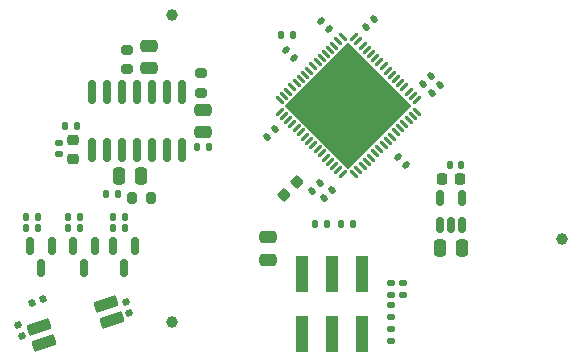
<source format=gbr>
%TF.GenerationSoftware,KiCad,Pcbnew,8.0.5-8.0.5-0~ubuntu22.04.1*%
%TF.CreationDate,2024-10-09T17:19:14-04:00*%
%TF.ProjectId,blinkencap,626c696e-6b65-46e6-9361-702e6b696361,1.0*%
%TF.SameCoordinates,Original*%
%TF.FileFunction,Soldermask,Bot*%
%TF.FilePolarity,Negative*%
%FSLAX46Y46*%
G04 Gerber Fmt 4.6, Leading zero omitted, Abs format (unit mm)*
G04 Created by KiCad (PCBNEW 8.0.5-8.0.5-0~ubuntu22.04.1) date 2024-10-09 17:19:14*
%MOMM*%
%LPD*%
G01*
G04 APERTURE LIST*
G04 Aperture macros list*
%AMRoundRect*
0 Rectangle with rounded corners*
0 $1 Rounding radius*
0 $2 $3 $4 $5 $6 $7 $8 $9 X,Y pos of 4 corners*
0 Add a 4 corners polygon primitive as box body*
4,1,4,$2,$3,$4,$5,$6,$7,$8,$9,$2,$3,0*
0 Add four circle primitives for the rounded corners*
1,1,$1+$1,$2,$3*
1,1,$1+$1,$4,$5*
1,1,$1+$1,$6,$7*
1,1,$1+$1,$8,$9*
0 Add four rect primitives between the rounded corners*
20,1,$1+$1,$2,$3,$4,$5,0*
20,1,$1+$1,$4,$5,$6,$7,0*
20,1,$1+$1,$6,$7,$8,$9,0*
20,1,$1+$1,$8,$9,$2,$3,0*%
%AMRotRect*
0 Rectangle, with rotation*
0 The origin of the aperture is its center*
0 $1 length*
0 $2 width*
0 $3 Rotation angle, in degrees counterclockwise*
0 Add horizontal line*
21,1,$1,$2,0,0,$3*%
G04 Aperture macros list end*
%ADD10RoundRect,0.062500X0.300520X-0.212132X-0.212132X0.300520X-0.300520X0.212132X0.212132X-0.300520X0*%
%ADD11RoundRect,0.062500X0.300520X0.212132X0.212132X0.300520X-0.300520X-0.212132X-0.212132X-0.300520X0*%
%ADD12RotRect,7.650000X7.650000X135.000000*%
%ADD13C,1.000000*%
%ADD14RoundRect,0.200000X0.200000X0.275000X-0.200000X0.275000X-0.200000X-0.275000X0.200000X-0.275000X0*%
%ADD15RoundRect,0.135000X0.135000X0.185000X-0.135000X0.185000X-0.135000X-0.185000X0.135000X-0.185000X0*%
%ADD16RoundRect,0.250000X-0.250000X-0.475000X0.250000X-0.475000X0.250000X0.475000X-0.250000X0.475000X0*%
%ADD17RoundRect,0.200000X-0.275000X0.200000X-0.275000X-0.200000X0.275000X-0.200000X0.275000X0.200000X0*%
%ADD18RoundRect,0.250000X0.475000X-0.250000X0.475000X0.250000X-0.475000X0.250000X-0.475000X-0.250000X0*%
%ADD19RoundRect,0.140000X-0.219203X-0.021213X-0.021213X-0.219203X0.219203X0.021213X0.021213X0.219203X0*%
%ADD20RoundRect,0.135000X0.185000X-0.135000X0.185000X0.135000X-0.185000X0.135000X-0.185000X-0.135000X0*%
%ADD21RoundRect,0.250000X0.250000X0.475000X-0.250000X0.475000X-0.250000X-0.475000X0.250000X-0.475000X0*%
%ADD22RoundRect,0.150000X-0.150000X0.825000X-0.150000X-0.825000X0.150000X-0.825000X0.150000X0.825000X0*%
%ADD23RoundRect,0.200000X0.275000X-0.200000X0.275000X0.200000X-0.275000X0.200000X-0.275000X-0.200000X0*%
%ADD24RoundRect,0.150000X-0.150000X0.587500X-0.150000X-0.587500X0.150000X-0.587500X0.150000X0.587500X0*%
%ADD25R,1.000000X3.150000*%
%ADD26RoundRect,0.140000X0.021213X-0.219203X0.219203X-0.021213X-0.021213X0.219203X-0.219203X0.021213X0*%
%ADD27RoundRect,0.150000X0.150000X-0.512500X0.150000X0.512500X-0.150000X0.512500X-0.150000X-0.512500X0*%
%ADD28RoundRect,0.140000X0.170000X-0.140000X0.170000X0.140000X-0.170000X0.140000X-0.170000X-0.140000X0*%
%ADD29RoundRect,0.140000X0.140000X0.170000X-0.140000X0.170000X-0.140000X-0.170000X0.140000X-0.170000X0*%
%ADD30RoundRect,0.225000X-0.017678X0.335876X-0.335876X0.017678X0.017678X-0.335876X0.335876X-0.017678X0*%
%ADD31RoundRect,0.135000X-0.135000X-0.185000X0.135000X-0.185000X0.135000X0.185000X-0.135000X0.185000X0*%
%ADD32RoundRect,0.140000X-0.021213X0.219203X-0.219203X0.021213X0.021213X-0.219203X0.219203X-0.021213X0*%
%ADD33RoundRect,0.135000X0.218636X-0.068178X0.131624X0.187417X-0.218636X0.068178X-0.131624X-0.187417X0*%
%ADD34RoundRect,0.102000X-0.734502X-0.641196X0.972481X-0.070047X0.734502X0.641196X-0.972481X0.070047X0*%
%ADD35RoundRect,0.225000X0.225000X0.250000X-0.225000X0.250000X-0.225000X-0.250000X0.225000X-0.250000X0*%
%ADD36RoundRect,0.135000X-0.068178X-0.218636X0.187417X-0.131624X0.068178X0.218636X-0.187417X0.131624X0*%
%ADD37RoundRect,0.135000X-0.185000X0.135000X-0.185000X-0.135000X0.185000X-0.135000X0.185000X0.135000X0*%
%ADD38RoundRect,0.140000X0.219203X0.021213X0.021213X0.219203X-0.219203X-0.021213X-0.021213X-0.219203X0*%
%ADD39RoundRect,0.225000X0.250000X-0.225000X0.250000X0.225000X-0.250000X0.225000X-0.250000X-0.225000X0*%
G04 APERTURE END LIST*
D10*
%TO.C,U2*%
X76607464Y-44410913D03*
X76253910Y-44764466D03*
X75900357Y-45118020D03*
X75546803Y-45471573D03*
X75193250Y-45825126D03*
X74839697Y-46178680D03*
X74486143Y-46532233D03*
X74132590Y-46885786D03*
X73779036Y-47239340D03*
X73425483Y-47592893D03*
X73071930Y-47946447D03*
X72718376Y-48300000D03*
X72364823Y-48653553D03*
X72011270Y-49007107D03*
X71657716Y-49360660D03*
X71304163Y-49714214D03*
D11*
X70314213Y-49714214D03*
X69960660Y-49360660D03*
X69607106Y-49007107D03*
X69253553Y-48653553D03*
X68900000Y-48300000D03*
X68546446Y-47946447D03*
X68192893Y-47592893D03*
X67839340Y-47239340D03*
X67485786Y-46885786D03*
X67132233Y-46532233D03*
X66778679Y-46178680D03*
X66425126Y-45825126D03*
X66071573Y-45471573D03*
X65718019Y-45118020D03*
X65364466Y-44764466D03*
X65010912Y-44410913D03*
D10*
X65010912Y-43420963D03*
X65364466Y-43067410D03*
X65718019Y-42713856D03*
X66071573Y-42360303D03*
X66425126Y-42006750D03*
X66778679Y-41653196D03*
X67132233Y-41299643D03*
X67485786Y-40946090D03*
X67839340Y-40592536D03*
X68192893Y-40238983D03*
X68546446Y-39885429D03*
X68900000Y-39531876D03*
X69253553Y-39178323D03*
X69607106Y-38824769D03*
X69960660Y-38471216D03*
X70314213Y-38117662D03*
D11*
X71304163Y-38117662D03*
X71657716Y-38471216D03*
X72011270Y-38824769D03*
X72364823Y-39178323D03*
X72718376Y-39531876D03*
X73071930Y-39885429D03*
X73425483Y-40238983D03*
X73779036Y-40592536D03*
X74132590Y-40946090D03*
X74486143Y-41299643D03*
X74839697Y-41653196D03*
X75193250Y-42006750D03*
X75546803Y-42360303D03*
X75900357Y-42713856D03*
X76253910Y-43067410D03*
X76607464Y-43420963D03*
D12*
X70809188Y-43915938D03*
%TD*%
D13*
%TO.C,FID3*%
X55900000Y-62200000D03*
%TD*%
D14*
%TO.C,R24*%
X54125000Y-51700000D03*
X52475000Y-51700000D03*
%TD*%
D15*
%TO.C,R15*%
X51895000Y-54300000D03*
X50875000Y-54300000D03*
%TD*%
D13*
%TO.C,FID1*%
X88900000Y-55200000D03*
%TD*%
D16*
%TO.C,C19*%
X51350000Y-49900000D03*
X53250000Y-49900000D03*
%TD*%
D15*
%TO.C,R17*%
X66110000Y-37900000D03*
X65090000Y-37900000D03*
%TD*%
D17*
%TO.C,R22*%
X58300000Y-41175000D03*
X58300000Y-42825000D03*
%TD*%
D18*
%TO.C,C18*%
X58500000Y-46150000D03*
X58500000Y-44250000D03*
%TD*%
D19*
%TO.C,C13*%
X68500000Y-36700000D03*
X69178822Y-37378822D03*
%TD*%
D20*
%TO.C,R1*%
X75400000Y-59910000D03*
X75400000Y-58890000D03*
%TD*%
D21*
%TO.C,C1*%
X80450000Y-56000000D03*
X78550000Y-56000000D03*
%TD*%
D15*
%TO.C,R9*%
X48110000Y-54300000D03*
X47090000Y-54300000D03*
%TD*%
D22*
%TO.C,U3*%
X49090000Y-42725000D03*
X50360000Y-42725000D03*
X51630000Y-42725000D03*
X52900000Y-42725000D03*
X54170000Y-42725000D03*
X55440000Y-42725000D03*
X56710000Y-42725000D03*
X56710000Y-47675000D03*
X55440000Y-47675000D03*
X54170000Y-47675000D03*
X52900000Y-47675000D03*
X51630000Y-47675000D03*
X50360000Y-47675000D03*
X49090000Y-47675000D03*
%TD*%
D23*
%TO.C,R16*%
X52100000Y-40825000D03*
X52100000Y-39175000D03*
%TD*%
D15*
%TO.C,R23*%
X51310000Y-51400000D03*
X50290000Y-51400000D03*
%TD*%
D18*
%TO.C,C17*%
X53900000Y-40750000D03*
X53900000Y-38850000D03*
%TD*%
D24*
%TO.C,Q1*%
X47450000Y-55762500D03*
X49350000Y-55762500D03*
X48400000Y-57637500D03*
%TD*%
D13*
%TO.C,FID2*%
X55900000Y-36200000D03*
%TD*%
D25*
%TO.C,J1*%
X71940000Y-63225000D03*
X71940000Y-58175000D03*
X69400000Y-63225000D03*
X69400000Y-58175000D03*
X66860000Y-63225000D03*
X66860000Y-58175000D03*
%TD*%
D24*
%TO.C,Q3*%
X50850000Y-55762500D03*
X52750000Y-55762500D03*
X51800000Y-57637500D03*
%TD*%
%TO.C,Q2*%
X43850000Y-55762500D03*
X45750000Y-55762500D03*
X44800000Y-57637500D03*
%TD*%
D26*
%TO.C,C11*%
X68760589Y-51739411D03*
X69439411Y-51060589D03*
%TD*%
D18*
%TO.C,C4*%
X64000000Y-56950000D03*
X64000000Y-55050000D03*
%TD*%
D27*
%TO.C,U1*%
X80450000Y-54037500D03*
X79500000Y-54037500D03*
X78550000Y-54037500D03*
X78550000Y-51762500D03*
X80450000Y-51762500D03*
%TD*%
D28*
%TO.C,C16*%
X46300000Y-48005000D03*
X46300000Y-47045000D03*
%TD*%
D29*
%TO.C,C3*%
X80380000Y-48900000D03*
X79420000Y-48900000D03*
%TD*%
D15*
%TO.C,R6*%
X71210000Y-53900000D03*
X70190000Y-53900000D03*
%TD*%
D26*
%TO.C,C10*%
X63900000Y-46600000D03*
X64578822Y-45921178D03*
%TD*%
D30*
%TO.C,C14*%
X66448008Y-50351992D03*
X65351992Y-51448008D03*
%TD*%
D31*
%TO.C,R8*%
X47090000Y-53300000D03*
X48110000Y-53300000D03*
%TD*%
D19*
%TO.C,C12*%
X65560589Y-39160589D03*
X66239411Y-39839411D03*
%TD*%
D32*
%TO.C,C8*%
X78539411Y-42160589D03*
X77860589Y-42839411D03*
%TD*%
D15*
%TO.C,R20*%
X47810000Y-45600000D03*
X46790000Y-45600000D03*
%TD*%
D33*
%TO.C,R10*%
X52264356Y-61482791D03*
X51935644Y-60517209D03*
%TD*%
D34*
%TO.C,D1*%
X44614982Y-62624379D03*
X50304924Y-60720552D03*
X50765018Y-62095621D03*
X45075076Y-63999448D03*
%TD*%
D15*
%TO.C,R21*%
X59010000Y-47400000D03*
X57990000Y-47400000D03*
%TD*%
D32*
%TO.C,C5*%
X72939411Y-36560589D03*
X72260589Y-37239411D03*
%TD*%
D31*
%TO.C,R3*%
X67990000Y-53900000D03*
X69010000Y-53900000D03*
%TD*%
D32*
%TO.C,C6*%
X77839411Y-41360589D03*
X77160589Y-42039411D03*
%TD*%
D35*
%TO.C,C2*%
X80275000Y-50100000D03*
X78725000Y-50100000D03*
%TD*%
D33*
%TO.C,R13*%
X43164356Y-63432791D03*
X42835644Y-62467209D03*
%TD*%
D36*
%TO.C,R7*%
X44017209Y-60614356D03*
X44982791Y-60285644D03*
%TD*%
D37*
%TO.C,R4*%
X74400000Y-62790000D03*
X74400000Y-63810000D03*
%TD*%
D31*
%TO.C,R11*%
X43490000Y-53300000D03*
X44510000Y-53300000D03*
%TD*%
%TO.C,R14*%
X50875000Y-53300000D03*
X51895000Y-53300000D03*
%TD*%
D20*
%TO.C,R5*%
X74400000Y-61810000D03*
X74400000Y-60790000D03*
%TD*%
D37*
%TO.C,R2*%
X74400000Y-58890000D03*
X74400000Y-59910000D03*
%TD*%
D26*
%TO.C,C7*%
X67760589Y-51139411D03*
X68439411Y-50460589D03*
%TD*%
D38*
%TO.C,C9*%
X75700000Y-48900000D03*
X75021178Y-48221178D03*
%TD*%
D39*
%TO.C,C15*%
X47500000Y-48400000D03*
X47500000Y-46850000D03*
%TD*%
D15*
%TO.C,R12*%
X44510000Y-54300000D03*
X43490000Y-54300000D03*
%TD*%
M02*

</source>
